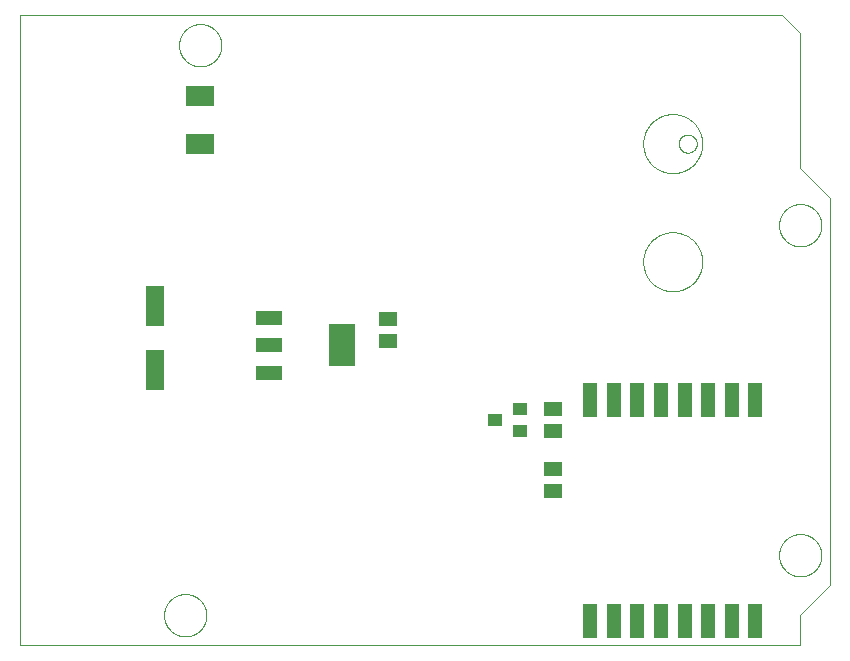
<source format=gtp>
G75*
%MOIN*%
%OFA0B0*%
%FSLAX25Y25*%
%IPPOS*%
%LPD*%
%AMOC8*
5,1,8,0,0,1.08239X$1,22.5*
%
%ADD10C,0.00000*%
%ADD11R,0.08800X0.04800*%
%ADD12R,0.08661X0.14173*%
%ADD13R,0.09449X0.07087*%
%ADD14R,0.06299X0.13780*%
%ADD15R,0.05906X0.05118*%
%ADD16R,0.04724X0.11811*%
%ADD17C,0.00100*%
%ADD18R,0.04724X0.04000*%
D10*
X0017500Y0005000D02*
X0017500Y0215000D01*
X0271500Y0215000D01*
X0277500Y0209000D01*
X0277500Y0164000D01*
X0287500Y0154000D01*
X0287500Y0025000D01*
X0277500Y0015000D01*
X0277500Y0005000D01*
X0017500Y0005000D01*
X0065429Y0015000D02*
X0065431Y0015174D01*
X0065438Y0015347D01*
X0065448Y0015520D01*
X0065463Y0015693D01*
X0065482Y0015866D01*
X0065506Y0016038D01*
X0065533Y0016209D01*
X0065565Y0016379D01*
X0065601Y0016549D01*
X0065641Y0016718D01*
X0065685Y0016886D01*
X0065733Y0017053D01*
X0065786Y0017218D01*
X0065842Y0017382D01*
X0065903Y0017545D01*
X0065967Y0017706D01*
X0066036Y0017865D01*
X0066108Y0018023D01*
X0066184Y0018179D01*
X0066264Y0018333D01*
X0066348Y0018485D01*
X0066435Y0018635D01*
X0066526Y0018783D01*
X0066621Y0018928D01*
X0066719Y0019072D01*
X0066821Y0019212D01*
X0066926Y0019350D01*
X0067034Y0019486D01*
X0067146Y0019619D01*
X0067261Y0019749D01*
X0067379Y0019876D01*
X0067500Y0020000D01*
X0067624Y0020121D01*
X0067751Y0020239D01*
X0067881Y0020354D01*
X0068014Y0020466D01*
X0068150Y0020574D01*
X0068288Y0020679D01*
X0068428Y0020781D01*
X0068572Y0020879D01*
X0068717Y0020974D01*
X0068865Y0021065D01*
X0069015Y0021152D01*
X0069167Y0021236D01*
X0069321Y0021316D01*
X0069477Y0021392D01*
X0069635Y0021464D01*
X0069794Y0021533D01*
X0069955Y0021597D01*
X0070118Y0021658D01*
X0070282Y0021714D01*
X0070447Y0021767D01*
X0070614Y0021815D01*
X0070782Y0021859D01*
X0070951Y0021899D01*
X0071121Y0021935D01*
X0071291Y0021967D01*
X0071462Y0021994D01*
X0071634Y0022018D01*
X0071807Y0022037D01*
X0071980Y0022052D01*
X0072153Y0022062D01*
X0072326Y0022069D01*
X0072500Y0022071D01*
X0072674Y0022069D01*
X0072847Y0022062D01*
X0073020Y0022052D01*
X0073193Y0022037D01*
X0073366Y0022018D01*
X0073538Y0021994D01*
X0073709Y0021967D01*
X0073879Y0021935D01*
X0074049Y0021899D01*
X0074218Y0021859D01*
X0074386Y0021815D01*
X0074553Y0021767D01*
X0074718Y0021714D01*
X0074882Y0021658D01*
X0075045Y0021597D01*
X0075206Y0021533D01*
X0075365Y0021464D01*
X0075523Y0021392D01*
X0075679Y0021316D01*
X0075833Y0021236D01*
X0075985Y0021152D01*
X0076135Y0021065D01*
X0076283Y0020974D01*
X0076428Y0020879D01*
X0076572Y0020781D01*
X0076712Y0020679D01*
X0076850Y0020574D01*
X0076986Y0020466D01*
X0077119Y0020354D01*
X0077249Y0020239D01*
X0077376Y0020121D01*
X0077500Y0020000D01*
X0077621Y0019876D01*
X0077739Y0019749D01*
X0077854Y0019619D01*
X0077966Y0019486D01*
X0078074Y0019350D01*
X0078179Y0019212D01*
X0078281Y0019072D01*
X0078379Y0018928D01*
X0078474Y0018783D01*
X0078565Y0018635D01*
X0078652Y0018485D01*
X0078736Y0018333D01*
X0078816Y0018179D01*
X0078892Y0018023D01*
X0078964Y0017865D01*
X0079033Y0017706D01*
X0079097Y0017545D01*
X0079158Y0017382D01*
X0079214Y0017218D01*
X0079267Y0017053D01*
X0079315Y0016886D01*
X0079359Y0016718D01*
X0079399Y0016549D01*
X0079435Y0016379D01*
X0079467Y0016209D01*
X0079494Y0016038D01*
X0079518Y0015866D01*
X0079537Y0015693D01*
X0079552Y0015520D01*
X0079562Y0015347D01*
X0079569Y0015174D01*
X0079571Y0015000D01*
X0079569Y0014826D01*
X0079562Y0014653D01*
X0079552Y0014480D01*
X0079537Y0014307D01*
X0079518Y0014134D01*
X0079494Y0013962D01*
X0079467Y0013791D01*
X0079435Y0013621D01*
X0079399Y0013451D01*
X0079359Y0013282D01*
X0079315Y0013114D01*
X0079267Y0012947D01*
X0079214Y0012782D01*
X0079158Y0012618D01*
X0079097Y0012455D01*
X0079033Y0012294D01*
X0078964Y0012135D01*
X0078892Y0011977D01*
X0078816Y0011821D01*
X0078736Y0011667D01*
X0078652Y0011515D01*
X0078565Y0011365D01*
X0078474Y0011217D01*
X0078379Y0011072D01*
X0078281Y0010928D01*
X0078179Y0010788D01*
X0078074Y0010650D01*
X0077966Y0010514D01*
X0077854Y0010381D01*
X0077739Y0010251D01*
X0077621Y0010124D01*
X0077500Y0010000D01*
X0077376Y0009879D01*
X0077249Y0009761D01*
X0077119Y0009646D01*
X0076986Y0009534D01*
X0076850Y0009426D01*
X0076712Y0009321D01*
X0076572Y0009219D01*
X0076428Y0009121D01*
X0076283Y0009026D01*
X0076135Y0008935D01*
X0075985Y0008848D01*
X0075833Y0008764D01*
X0075679Y0008684D01*
X0075523Y0008608D01*
X0075365Y0008536D01*
X0075206Y0008467D01*
X0075045Y0008403D01*
X0074882Y0008342D01*
X0074718Y0008286D01*
X0074553Y0008233D01*
X0074386Y0008185D01*
X0074218Y0008141D01*
X0074049Y0008101D01*
X0073879Y0008065D01*
X0073709Y0008033D01*
X0073538Y0008006D01*
X0073366Y0007982D01*
X0073193Y0007963D01*
X0073020Y0007948D01*
X0072847Y0007938D01*
X0072674Y0007931D01*
X0072500Y0007929D01*
X0072326Y0007931D01*
X0072153Y0007938D01*
X0071980Y0007948D01*
X0071807Y0007963D01*
X0071634Y0007982D01*
X0071462Y0008006D01*
X0071291Y0008033D01*
X0071121Y0008065D01*
X0070951Y0008101D01*
X0070782Y0008141D01*
X0070614Y0008185D01*
X0070447Y0008233D01*
X0070282Y0008286D01*
X0070118Y0008342D01*
X0069955Y0008403D01*
X0069794Y0008467D01*
X0069635Y0008536D01*
X0069477Y0008608D01*
X0069321Y0008684D01*
X0069167Y0008764D01*
X0069015Y0008848D01*
X0068865Y0008935D01*
X0068717Y0009026D01*
X0068572Y0009121D01*
X0068428Y0009219D01*
X0068288Y0009321D01*
X0068150Y0009426D01*
X0068014Y0009534D01*
X0067881Y0009646D01*
X0067751Y0009761D01*
X0067624Y0009879D01*
X0067500Y0010000D01*
X0067379Y0010124D01*
X0067261Y0010251D01*
X0067146Y0010381D01*
X0067034Y0010514D01*
X0066926Y0010650D01*
X0066821Y0010788D01*
X0066719Y0010928D01*
X0066621Y0011072D01*
X0066526Y0011217D01*
X0066435Y0011365D01*
X0066348Y0011515D01*
X0066264Y0011667D01*
X0066184Y0011821D01*
X0066108Y0011977D01*
X0066036Y0012135D01*
X0065967Y0012294D01*
X0065903Y0012455D01*
X0065842Y0012618D01*
X0065786Y0012782D01*
X0065733Y0012947D01*
X0065685Y0013114D01*
X0065641Y0013282D01*
X0065601Y0013451D01*
X0065565Y0013621D01*
X0065533Y0013791D01*
X0065506Y0013962D01*
X0065482Y0014134D01*
X0065463Y0014307D01*
X0065448Y0014480D01*
X0065438Y0014653D01*
X0065431Y0014826D01*
X0065429Y0015000D01*
X0225157Y0132815D02*
X0225160Y0133057D01*
X0225169Y0133298D01*
X0225184Y0133539D01*
X0225204Y0133780D01*
X0225231Y0134020D01*
X0225264Y0134259D01*
X0225302Y0134498D01*
X0225346Y0134735D01*
X0225396Y0134972D01*
X0225452Y0135207D01*
X0225514Y0135440D01*
X0225581Y0135672D01*
X0225654Y0135903D01*
X0225732Y0136131D01*
X0225817Y0136357D01*
X0225906Y0136582D01*
X0226001Y0136804D01*
X0226102Y0137023D01*
X0226208Y0137241D01*
X0226319Y0137455D01*
X0226436Y0137667D01*
X0226557Y0137875D01*
X0226684Y0138081D01*
X0226816Y0138283D01*
X0226953Y0138483D01*
X0227094Y0138678D01*
X0227240Y0138871D01*
X0227391Y0139059D01*
X0227547Y0139244D01*
X0227707Y0139425D01*
X0227871Y0139602D01*
X0228040Y0139775D01*
X0228213Y0139944D01*
X0228390Y0140108D01*
X0228571Y0140268D01*
X0228756Y0140424D01*
X0228944Y0140575D01*
X0229137Y0140721D01*
X0229332Y0140862D01*
X0229532Y0140999D01*
X0229734Y0141131D01*
X0229940Y0141258D01*
X0230148Y0141379D01*
X0230360Y0141496D01*
X0230574Y0141607D01*
X0230792Y0141713D01*
X0231011Y0141814D01*
X0231233Y0141909D01*
X0231458Y0141998D01*
X0231684Y0142083D01*
X0231912Y0142161D01*
X0232143Y0142234D01*
X0232375Y0142301D01*
X0232608Y0142363D01*
X0232843Y0142419D01*
X0233080Y0142469D01*
X0233317Y0142513D01*
X0233556Y0142551D01*
X0233795Y0142584D01*
X0234035Y0142611D01*
X0234276Y0142631D01*
X0234517Y0142646D01*
X0234758Y0142655D01*
X0235000Y0142658D01*
X0235242Y0142655D01*
X0235483Y0142646D01*
X0235724Y0142631D01*
X0235965Y0142611D01*
X0236205Y0142584D01*
X0236444Y0142551D01*
X0236683Y0142513D01*
X0236920Y0142469D01*
X0237157Y0142419D01*
X0237392Y0142363D01*
X0237625Y0142301D01*
X0237857Y0142234D01*
X0238088Y0142161D01*
X0238316Y0142083D01*
X0238542Y0141998D01*
X0238767Y0141909D01*
X0238989Y0141814D01*
X0239208Y0141713D01*
X0239426Y0141607D01*
X0239640Y0141496D01*
X0239852Y0141379D01*
X0240060Y0141258D01*
X0240266Y0141131D01*
X0240468Y0140999D01*
X0240668Y0140862D01*
X0240863Y0140721D01*
X0241056Y0140575D01*
X0241244Y0140424D01*
X0241429Y0140268D01*
X0241610Y0140108D01*
X0241787Y0139944D01*
X0241960Y0139775D01*
X0242129Y0139602D01*
X0242293Y0139425D01*
X0242453Y0139244D01*
X0242609Y0139059D01*
X0242760Y0138871D01*
X0242906Y0138678D01*
X0243047Y0138483D01*
X0243184Y0138283D01*
X0243316Y0138081D01*
X0243443Y0137875D01*
X0243564Y0137667D01*
X0243681Y0137455D01*
X0243792Y0137241D01*
X0243898Y0137023D01*
X0243999Y0136804D01*
X0244094Y0136582D01*
X0244183Y0136357D01*
X0244268Y0136131D01*
X0244346Y0135903D01*
X0244419Y0135672D01*
X0244486Y0135440D01*
X0244548Y0135207D01*
X0244604Y0134972D01*
X0244654Y0134735D01*
X0244698Y0134498D01*
X0244736Y0134259D01*
X0244769Y0134020D01*
X0244796Y0133780D01*
X0244816Y0133539D01*
X0244831Y0133298D01*
X0244840Y0133057D01*
X0244843Y0132815D01*
X0244840Y0132573D01*
X0244831Y0132332D01*
X0244816Y0132091D01*
X0244796Y0131850D01*
X0244769Y0131610D01*
X0244736Y0131371D01*
X0244698Y0131132D01*
X0244654Y0130895D01*
X0244604Y0130658D01*
X0244548Y0130423D01*
X0244486Y0130190D01*
X0244419Y0129958D01*
X0244346Y0129727D01*
X0244268Y0129499D01*
X0244183Y0129273D01*
X0244094Y0129048D01*
X0243999Y0128826D01*
X0243898Y0128607D01*
X0243792Y0128389D01*
X0243681Y0128175D01*
X0243564Y0127963D01*
X0243443Y0127755D01*
X0243316Y0127549D01*
X0243184Y0127347D01*
X0243047Y0127147D01*
X0242906Y0126952D01*
X0242760Y0126759D01*
X0242609Y0126571D01*
X0242453Y0126386D01*
X0242293Y0126205D01*
X0242129Y0126028D01*
X0241960Y0125855D01*
X0241787Y0125686D01*
X0241610Y0125522D01*
X0241429Y0125362D01*
X0241244Y0125206D01*
X0241056Y0125055D01*
X0240863Y0124909D01*
X0240668Y0124768D01*
X0240468Y0124631D01*
X0240266Y0124499D01*
X0240060Y0124372D01*
X0239852Y0124251D01*
X0239640Y0124134D01*
X0239426Y0124023D01*
X0239208Y0123917D01*
X0238989Y0123816D01*
X0238767Y0123721D01*
X0238542Y0123632D01*
X0238316Y0123547D01*
X0238088Y0123469D01*
X0237857Y0123396D01*
X0237625Y0123329D01*
X0237392Y0123267D01*
X0237157Y0123211D01*
X0236920Y0123161D01*
X0236683Y0123117D01*
X0236444Y0123079D01*
X0236205Y0123046D01*
X0235965Y0123019D01*
X0235724Y0122999D01*
X0235483Y0122984D01*
X0235242Y0122975D01*
X0235000Y0122972D01*
X0234758Y0122975D01*
X0234517Y0122984D01*
X0234276Y0122999D01*
X0234035Y0123019D01*
X0233795Y0123046D01*
X0233556Y0123079D01*
X0233317Y0123117D01*
X0233080Y0123161D01*
X0232843Y0123211D01*
X0232608Y0123267D01*
X0232375Y0123329D01*
X0232143Y0123396D01*
X0231912Y0123469D01*
X0231684Y0123547D01*
X0231458Y0123632D01*
X0231233Y0123721D01*
X0231011Y0123816D01*
X0230792Y0123917D01*
X0230574Y0124023D01*
X0230360Y0124134D01*
X0230148Y0124251D01*
X0229940Y0124372D01*
X0229734Y0124499D01*
X0229532Y0124631D01*
X0229332Y0124768D01*
X0229137Y0124909D01*
X0228944Y0125055D01*
X0228756Y0125206D01*
X0228571Y0125362D01*
X0228390Y0125522D01*
X0228213Y0125686D01*
X0228040Y0125855D01*
X0227871Y0126028D01*
X0227707Y0126205D01*
X0227547Y0126386D01*
X0227391Y0126571D01*
X0227240Y0126759D01*
X0227094Y0126952D01*
X0226953Y0127147D01*
X0226816Y0127347D01*
X0226684Y0127549D01*
X0226557Y0127755D01*
X0226436Y0127963D01*
X0226319Y0128175D01*
X0226208Y0128389D01*
X0226102Y0128607D01*
X0226001Y0128826D01*
X0225906Y0129048D01*
X0225817Y0129273D01*
X0225732Y0129499D01*
X0225654Y0129727D01*
X0225581Y0129958D01*
X0225514Y0130190D01*
X0225452Y0130423D01*
X0225396Y0130658D01*
X0225346Y0130895D01*
X0225302Y0131132D01*
X0225264Y0131371D01*
X0225231Y0131610D01*
X0225204Y0131850D01*
X0225184Y0132091D01*
X0225169Y0132332D01*
X0225160Y0132573D01*
X0225157Y0132815D01*
X0270429Y0145000D02*
X0270431Y0145174D01*
X0270438Y0145347D01*
X0270448Y0145520D01*
X0270463Y0145693D01*
X0270482Y0145866D01*
X0270506Y0146038D01*
X0270533Y0146209D01*
X0270565Y0146379D01*
X0270601Y0146549D01*
X0270641Y0146718D01*
X0270685Y0146886D01*
X0270733Y0147053D01*
X0270786Y0147218D01*
X0270842Y0147382D01*
X0270903Y0147545D01*
X0270967Y0147706D01*
X0271036Y0147865D01*
X0271108Y0148023D01*
X0271184Y0148179D01*
X0271264Y0148333D01*
X0271348Y0148485D01*
X0271435Y0148635D01*
X0271526Y0148783D01*
X0271621Y0148928D01*
X0271719Y0149072D01*
X0271821Y0149212D01*
X0271926Y0149350D01*
X0272034Y0149486D01*
X0272146Y0149619D01*
X0272261Y0149749D01*
X0272379Y0149876D01*
X0272500Y0150000D01*
X0272624Y0150121D01*
X0272751Y0150239D01*
X0272881Y0150354D01*
X0273014Y0150466D01*
X0273150Y0150574D01*
X0273288Y0150679D01*
X0273428Y0150781D01*
X0273572Y0150879D01*
X0273717Y0150974D01*
X0273865Y0151065D01*
X0274015Y0151152D01*
X0274167Y0151236D01*
X0274321Y0151316D01*
X0274477Y0151392D01*
X0274635Y0151464D01*
X0274794Y0151533D01*
X0274955Y0151597D01*
X0275118Y0151658D01*
X0275282Y0151714D01*
X0275447Y0151767D01*
X0275614Y0151815D01*
X0275782Y0151859D01*
X0275951Y0151899D01*
X0276121Y0151935D01*
X0276291Y0151967D01*
X0276462Y0151994D01*
X0276634Y0152018D01*
X0276807Y0152037D01*
X0276980Y0152052D01*
X0277153Y0152062D01*
X0277326Y0152069D01*
X0277500Y0152071D01*
X0277674Y0152069D01*
X0277847Y0152062D01*
X0278020Y0152052D01*
X0278193Y0152037D01*
X0278366Y0152018D01*
X0278538Y0151994D01*
X0278709Y0151967D01*
X0278879Y0151935D01*
X0279049Y0151899D01*
X0279218Y0151859D01*
X0279386Y0151815D01*
X0279553Y0151767D01*
X0279718Y0151714D01*
X0279882Y0151658D01*
X0280045Y0151597D01*
X0280206Y0151533D01*
X0280365Y0151464D01*
X0280523Y0151392D01*
X0280679Y0151316D01*
X0280833Y0151236D01*
X0280985Y0151152D01*
X0281135Y0151065D01*
X0281283Y0150974D01*
X0281428Y0150879D01*
X0281572Y0150781D01*
X0281712Y0150679D01*
X0281850Y0150574D01*
X0281986Y0150466D01*
X0282119Y0150354D01*
X0282249Y0150239D01*
X0282376Y0150121D01*
X0282500Y0150000D01*
X0282621Y0149876D01*
X0282739Y0149749D01*
X0282854Y0149619D01*
X0282966Y0149486D01*
X0283074Y0149350D01*
X0283179Y0149212D01*
X0283281Y0149072D01*
X0283379Y0148928D01*
X0283474Y0148783D01*
X0283565Y0148635D01*
X0283652Y0148485D01*
X0283736Y0148333D01*
X0283816Y0148179D01*
X0283892Y0148023D01*
X0283964Y0147865D01*
X0284033Y0147706D01*
X0284097Y0147545D01*
X0284158Y0147382D01*
X0284214Y0147218D01*
X0284267Y0147053D01*
X0284315Y0146886D01*
X0284359Y0146718D01*
X0284399Y0146549D01*
X0284435Y0146379D01*
X0284467Y0146209D01*
X0284494Y0146038D01*
X0284518Y0145866D01*
X0284537Y0145693D01*
X0284552Y0145520D01*
X0284562Y0145347D01*
X0284569Y0145174D01*
X0284571Y0145000D01*
X0284569Y0144826D01*
X0284562Y0144653D01*
X0284552Y0144480D01*
X0284537Y0144307D01*
X0284518Y0144134D01*
X0284494Y0143962D01*
X0284467Y0143791D01*
X0284435Y0143621D01*
X0284399Y0143451D01*
X0284359Y0143282D01*
X0284315Y0143114D01*
X0284267Y0142947D01*
X0284214Y0142782D01*
X0284158Y0142618D01*
X0284097Y0142455D01*
X0284033Y0142294D01*
X0283964Y0142135D01*
X0283892Y0141977D01*
X0283816Y0141821D01*
X0283736Y0141667D01*
X0283652Y0141515D01*
X0283565Y0141365D01*
X0283474Y0141217D01*
X0283379Y0141072D01*
X0283281Y0140928D01*
X0283179Y0140788D01*
X0283074Y0140650D01*
X0282966Y0140514D01*
X0282854Y0140381D01*
X0282739Y0140251D01*
X0282621Y0140124D01*
X0282500Y0140000D01*
X0282376Y0139879D01*
X0282249Y0139761D01*
X0282119Y0139646D01*
X0281986Y0139534D01*
X0281850Y0139426D01*
X0281712Y0139321D01*
X0281572Y0139219D01*
X0281428Y0139121D01*
X0281283Y0139026D01*
X0281135Y0138935D01*
X0280985Y0138848D01*
X0280833Y0138764D01*
X0280679Y0138684D01*
X0280523Y0138608D01*
X0280365Y0138536D01*
X0280206Y0138467D01*
X0280045Y0138403D01*
X0279882Y0138342D01*
X0279718Y0138286D01*
X0279553Y0138233D01*
X0279386Y0138185D01*
X0279218Y0138141D01*
X0279049Y0138101D01*
X0278879Y0138065D01*
X0278709Y0138033D01*
X0278538Y0138006D01*
X0278366Y0137982D01*
X0278193Y0137963D01*
X0278020Y0137948D01*
X0277847Y0137938D01*
X0277674Y0137931D01*
X0277500Y0137929D01*
X0277326Y0137931D01*
X0277153Y0137938D01*
X0276980Y0137948D01*
X0276807Y0137963D01*
X0276634Y0137982D01*
X0276462Y0138006D01*
X0276291Y0138033D01*
X0276121Y0138065D01*
X0275951Y0138101D01*
X0275782Y0138141D01*
X0275614Y0138185D01*
X0275447Y0138233D01*
X0275282Y0138286D01*
X0275118Y0138342D01*
X0274955Y0138403D01*
X0274794Y0138467D01*
X0274635Y0138536D01*
X0274477Y0138608D01*
X0274321Y0138684D01*
X0274167Y0138764D01*
X0274015Y0138848D01*
X0273865Y0138935D01*
X0273717Y0139026D01*
X0273572Y0139121D01*
X0273428Y0139219D01*
X0273288Y0139321D01*
X0273150Y0139426D01*
X0273014Y0139534D01*
X0272881Y0139646D01*
X0272751Y0139761D01*
X0272624Y0139879D01*
X0272500Y0140000D01*
X0272379Y0140124D01*
X0272261Y0140251D01*
X0272146Y0140381D01*
X0272034Y0140514D01*
X0271926Y0140650D01*
X0271821Y0140788D01*
X0271719Y0140928D01*
X0271621Y0141072D01*
X0271526Y0141217D01*
X0271435Y0141365D01*
X0271348Y0141515D01*
X0271264Y0141667D01*
X0271184Y0141821D01*
X0271108Y0141977D01*
X0271036Y0142135D01*
X0270967Y0142294D01*
X0270903Y0142455D01*
X0270842Y0142618D01*
X0270786Y0142782D01*
X0270733Y0142947D01*
X0270685Y0143114D01*
X0270641Y0143282D01*
X0270601Y0143451D01*
X0270565Y0143621D01*
X0270533Y0143791D01*
X0270506Y0143962D01*
X0270482Y0144134D01*
X0270463Y0144307D01*
X0270448Y0144480D01*
X0270438Y0144653D01*
X0270431Y0144826D01*
X0270429Y0145000D01*
X0225157Y0172185D02*
X0225160Y0172427D01*
X0225169Y0172668D01*
X0225184Y0172909D01*
X0225204Y0173150D01*
X0225231Y0173390D01*
X0225264Y0173629D01*
X0225302Y0173868D01*
X0225346Y0174105D01*
X0225396Y0174342D01*
X0225452Y0174577D01*
X0225514Y0174810D01*
X0225581Y0175042D01*
X0225654Y0175273D01*
X0225732Y0175501D01*
X0225817Y0175727D01*
X0225906Y0175952D01*
X0226001Y0176174D01*
X0226102Y0176393D01*
X0226208Y0176611D01*
X0226319Y0176825D01*
X0226436Y0177037D01*
X0226557Y0177245D01*
X0226684Y0177451D01*
X0226816Y0177653D01*
X0226953Y0177853D01*
X0227094Y0178048D01*
X0227240Y0178241D01*
X0227391Y0178429D01*
X0227547Y0178614D01*
X0227707Y0178795D01*
X0227871Y0178972D01*
X0228040Y0179145D01*
X0228213Y0179314D01*
X0228390Y0179478D01*
X0228571Y0179638D01*
X0228756Y0179794D01*
X0228944Y0179945D01*
X0229137Y0180091D01*
X0229332Y0180232D01*
X0229532Y0180369D01*
X0229734Y0180501D01*
X0229940Y0180628D01*
X0230148Y0180749D01*
X0230360Y0180866D01*
X0230574Y0180977D01*
X0230792Y0181083D01*
X0231011Y0181184D01*
X0231233Y0181279D01*
X0231458Y0181368D01*
X0231684Y0181453D01*
X0231912Y0181531D01*
X0232143Y0181604D01*
X0232375Y0181671D01*
X0232608Y0181733D01*
X0232843Y0181789D01*
X0233080Y0181839D01*
X0233317Y0181883D01*
X0233556Y0181921D01*
X0233795Y0181954D01*
X0234035Y0181981D01*
X0234276Y0182001D01*
X0234517Y0182016D01*
X0234758Y0182025D01*
X0235000Y0182028D01*
X0235242Y0182025D01*
X0235483Y0182016D01*
X0235724Y0182001D01*
X0235965Y0181981D01*
X0236205Y0181954D01*
X0236444Y0181921D01*
X0236683Y0181883D01*
X0236920Y0181839D01*
X0237157Y0181789D01*
X0237392Y0181733D01*
X0237625Y0181671D01*
X0237857Y0181604D01*
X0238088Y0181531D01*
X0238316Y0181453D01*
X0238542Y0181368D01*
X0238767Y0181279D01*
X0238989Y0181184D01*
X0239208Y0181083D01*
X0239426Y0180977D01*
X0239640Y0180866D01*
X0239852Y0180749D01*
X0240060Y0180628D01*
X0240266Y0180501D01*
X0240468Y0180369D01*
X0240668Y0180232D01*
X0240863Y0180091D01*
X0241056Y0179945D01*
X0241244Y0179794D01*
X0241429Y0179638D01*
X0241610Y0179478D01*
X0241787Y0179314D01*
X0241960Y0179145D01*
X0242129Y0178972D01*
X0242293Y0178795D01*
X0242453Y0178614D01*
X0242609Y0178429D01*
X0242760Y0178241D01*
X0242906Y0178048D01*
X0243047Y0177853D01*
X0243184Y0177653D01*
X0243316Y0177451D01*
X0243443Y0177245D01*
X0243564Y0177037D01*
X0243681Y0176825D01*
X0243792Y0176611D01*
X0243898Y0176393D01*
X0243999Y0176174D01*
X0244094Y0175952D01*
X0244183Y0175727D01*
X0244268Y0175501D01*
X0244346Y0175273D01*
X0244419Y0175042D01*
X0244486Y0174810D01*
X0244548Y0174577D01*
X0244604Y0174342D01*
X0244654Y0174105D01*
X0244698Y0173868D01*
X0244736Y0173629D01*
X0244769Y0173390D01*
X0244796Y0173150D01*
X0244816Y0172909D01*
X0244831Y0172668D01*
X0244840Y0172427D01*
X0244843Y0172185D01*
X0244840Y0171943D01*
X0244831Y0171702D01*
X0244816Y0171461D01*
X0244796Y0171220D01*
X0244769Y0170980D01*
X0244736Y0170741D01*
X0244698Y0170502D01*
X0244654Y0170265D01*
X0244604Y0170028D01*
X0244548Y0169793D01*
X0244486Y0169560D01*
X0244419Y0169328D01*
X0244346Y0169097D01*
X0244268Y0168869D01*
X0244183Y0168643D01*
X0244094Y0168418D01*
X0243999Y0168196D01*
X0243898Y0167977D01*
X0243792Y0167759D01*
X0243681Y0167545D01*
X0243564Y0167333D01*
X0243443Y0167125D01*
X0243316Y0166919D01*
X0243184Y0166717D01*
X0243047Y0166517D01*
X0242906Y0166322D01*
X0242760Y0166129D01*
X0242609Y0165941D01*
X0242453Y0165756D01*
X0242293Y0165575D01*
X0242129Y0165398D01*
X0241960Y0165225D01*
X0241787Y0165056D01*
X0241610Y0164892D01*
X0241429Y0164732D01*
X0241244Y0164576D01*
X0241056Y0164425D01*
X0240863Y0164279D01*
X0240668Y0164138D01*
X0240468Y0164001D01*
X0240266Y0163869D01*
X0240060Y0163742D01*
X0239852Y0163621D01*
X0239640Y0163504D01*
X0239426Y0163393D01*
X0239208Y0163287D01*
X0238989Y0163186D01*
X0238767Y0163091D01*
X0238542Y0163002D01*
X0238316Y0162917D01*
X0238088Y0162839D01*
X0237857Y0162766D01*
X0237625Y0162699D01*
X0237392Y0162637D01*
X0237157Y0162581D01*
X0236920Y0162531D01*
X0236683Y0162487D01*
X0236444Y0162449D01*
X0236205Y0162416D01*
X0235965Y0162389D01*
X0235724Y0162369D01*
X0235483Y0162354D01*
X0235242Y0162345D01*
X0235000Y0162342D01*
X0234758Y0162345D01*
X0234517Y0162354D01*
X0234276Y0162369D01*
X0234035Y0162389D01*
X0233795Y0162416D01*
X0233556Y0162449D01*
X0233317Y0162487D01*
X0233080Y0162531D01*
X0232843Y0162581D01*
X0232608Y0162637D01*
X0232375Y0162699D01*
X0232143Y0162766D01*
X0231912Y0162839D01*
X0231684Y0162917D01*
X0231458Y0163002D01*
X0231233Y0163091D01*
X0231011Y0163186D01*
X0230792Y0163287D01*
X0230574Y0163393D01*
X0230360Y0163504D01*
X0230148Y0163621D01*
X0229940Y0163742D01*
X0229734Y0163869D01*
X0229532Y0164001D01*
X0229332Y0164138D01*
X0229137Y0164279D01*
X0228944Y0164425D01*
X0228756Y0164576D01*
X0228571Y0164732D01*
X0228390Y0164892D01*
X0228213Y0165056D01*
X0228040Y0165225D01*
X0227871Y0165398D01*
X0227707Y0165575D01*
X0227547Y0165756D01*
X0227391Y0165941D01*
X0227240Y0166129D01*
X0227094Y0166322D01*
X0226953Y0166517D01*
X0226816Y0166717D01*
X0226684Y0166919D01*
X0226557Y0167125D01*
X0226436Y0167333D01*
X0226319Y0167545D01*
X0226208Y0167759D01*
X0226102Y0167977D01*
X0226001Y0168196D01*
X0225906Y0168418D01*
X0225817Y0168643D01*
X0225732Y0168869D01*
X0225654Y0169097D01*
X0225581Y0169328D01*
X0225514Y0169560D01*
X0225452Y0169793D01*
X0225396Y0170028D01*
X0225346Y0170265D01*
X0225302Y0170502D01*
X0225264Y0170741D01*
X0225231Y0170980D01*
X0225204Y0171220D01*
X0225184Y0171461D01*
X0225169Y0171702D01*
X0225160Y0171943D01*
X0225157Y0172185D01*
X0070429Y0205000D02*
X0070431Y0205174D01*
X0070438Y0205347D01*
X0070448Y0205520D01*
X0070463Y0205693D01*
X0070482Y0205866D01*
X0070506Y0206038D01*
X0070533Y0206209D01*
X0070565Y0206379D01*
X0070601Y0206549D01*
X0070641Y0206718D01*
X0070685Y0206886D01*
X0070733Y0207053D01*
X0070786Y0207218D01*
X0070842Y0207382D01*
X0070903Y0207545D01*
X0070967Y0207706D01*
X0071036Y0207865D01*
X0071108Y0208023D01*
X0071184Y0208179D01*
X0071264Y0208333D01*
X0071348Y0208485D01*
X0071435Y0208635D01*
X0071526Y0208783D01*
X0071621Y0208928D01*
X0071719Y0209072D01*
X0071821Y0209212D01*
X0071926Y0209350D01*
X0072034Y0209486D01*
X0072146Y0209619D01*
X0072261Y0209749D01*
X0072379Y0209876D01*
X0072500Y0210000D01*
X0072624Y0210121D01*
X0072751Y0210239D01*
X0072881Y0210354D01*
X0073014Y0210466D01*
X0073150Y0210574D01*
X0073288Y0210679D01*
X0073428Y0210781D01*
X0073572Y0210879D01*
X0073717Y0210974D01*
X0073865Y0211065D01*
X0074015Y0211152D01*
X0074167Y0211236D01*
X0074321Y0211316D01*
X0074477Y0211392D01*
X0074635Y0211464D01*
X0074794Y0211533D01*
X0074955Y0211597D01*
X0075118Y0211658D01*
X0075282Y0211714D01*
X0075447Y0211767D01*
X0075614Y0211815D01*
X0075782Y0211859D01*
X0075951Y0211899D01*
X0076121Y0211935D01*
X0076291Y0211967D01*
X0076462Y0211994D01*
X0076634Y0212018D01*
X0076807Y0212037D01*
X0076980Y0212052D01*
X0077153Y0212062D01*
X0077326Y0212069D01*
X0077500Y0212071D01*
X0077674Y0212069D01*
X0077847Y0212062D01*
X0078020Y0212052D01*
X0078193Y0212037D01*
X0078366Y0212018D01*
X0078538Y0211994D01*
X0078709Y0211967D01*
X0078879Y0211935D01*
X0079049Y0211899D01*
X0079218Y0211859D01*
X0079386Y0211815D01*
X0079553Y0211767D01*
X0079718Y0211714D01*
X0079882Y0211658D01*
X0080045Y0211597D01*
X0080206Y0211533D01*
X0080365Y0211464D01*
X0080523Y0211392D01*
X0080679Y0211316D01*
X0080833Y0211236D01*
X0080985Y0211152D01*
X0081135Y0211065D01*
X0081283Y0210974D01*
X0081428Y0210879D01*
X0081572Y0210781D01*
X0081712Y0210679D01*
X0081850Y0210574D01*
X0081986Y0210466D01*
X0082119Y0210354D01*
X0082249Y0210239D01*
X0082376Y0210121D01*
X0082500Y0210000D01*
X0082621Y0209876D01*
X0082739Y0209749D01*
X0082854Y0209619D01*
X0082966Y0209486D01*
X0083074Y0209350D01*
X0083179Y0209212D01*
X0083281Y0209072D01*
X0083379Y0208928D01*
X0083474Y0208783D01*
X0083565Y0208635D01*
X0083652Y0208485D01*
X0083736Y0208333D01*
X0083816Y0208179D01*
X0083892Y0208023D01*
X0083964Y0207865D01*
X0084033Y0207706D01*
X0084097Y0207545D01*
X0084158Y0207382D01*
X0084214Y0207218D01*
X0084267Y0207053D01*
X0084315Y0206886D01*
X0084359Y0206718D01*
X0084399Y0206549D01*
X0084435Y0206379D01*
X0084467Y0206209D01*
X0084494Y0206038D01*
X0084518Y0205866D01*
X0084537Y0205693D01*
X0084552Y0205520D01*
X0084562Y0205347D01*
X0084569Y0205174D01*
X0084571Y0205000D01*
X0084569Y0204826D01*
X0084562Y0204653D01*
X0084552Y0204480D01*
X0084537Y0204307D01*
X0084518Y0204134D01*
X0084494Y0203962D01*
X0084467Y0203791D01*
X0084435Y0203621D01*
X0084399Y0203451D01*
X0084359Y0203282D01*
X0084315Y0203114D01*
X0084267Y0202947D01*
X0084214Y0202782D01*
X0084158Y0202618D01*
X0084097Y0202455D01*
X0084033Y0202294D01*
X0083964Y0202135D01*
X0083892Y0201977D01*
X0083816Y0201821D01*
X0083736Y0201667D01*
X0083652Y0201515D01*
X0083565Y0201365D01*
X0083474Y0201217D01*
X0083379Y0201072D01*
X0083281Y0200928D01*
X0083179Y0200788D01*
X0083074Y0200650D01*
X0082966Y0200514D01*
X0082854Y0200381D01*
X0082739Y0200251D01*
X0082621Y0200124D01*
X0082500Y0200000D01*
X0082376Y0199879D01*
X0082249Y0199761D01*
X0082119Y0199646D01*
X0081986Y0199534D01*
X0081850Y0199426D01*
X0081712Y0199321D01*
X0081572Y0199219D01*
X0081428Y0199121D01*
X0081283Y0199026D01*
X0081135Y0198935D01*
X0080985Y0198848D01*
X0080833Y0198764D01*
X0080679Y0198684D01*
X0080523Y0198608D01*
X0080365Y0198536D01*
X0080206Y0198467D01*
X0080045Y0198403D01*
X0079882Y0198342D01*
X0079718Y0198286D01*
X0079553Y0198233D01*
X0079386Y0198185D01*
X0079218Y0198141D01*
X0079049Y0198101D01*
X0078879Y0198065D01*
X0078709Y0198033D01*
X0078538Y0198006D01*
X0078366Y0197982D01*
X0078193Y0197963D01*
X0078020Y0197948D01*
X0077847Y0197938D01*
X0077674Y0197931D01*
X0077500Y0197929D01*
X0077326Y0197931D01*
X0077153Y0197938D01*
X0076980Y0197948D01*
X0076807Y0197963D01*
X0076634Y0197982D01*
X0076462Y0198006D01*
X0076291Y0198033D01*
X0076121Y0198065D01*
X0075951Y0198101D01*
X0075782Y0198141D01*
X0075614Y0198185D01*
X0075447Y0198233D01*
X0075282Y0198286D01*
X0075118Y0198342D01*
X0074955Y0198403D01*
X0074794Y0198467D01*
X0074635Y0198536D01*
X0074477Y0198608D01*
X0074321Y0198684D01*
X0074167Y0198764D01*
X0074015Y0198848D01*
X0073865Y0198935D01*
X0073717Y0199026D01*
X0073572Y0199121D01*
X0073428Y0199219D01*
X0073288Y0199321D01*
X0073150Y0199426D01*
X0073014Y0199534D01*
X0072881Y0199646D01*
X0072751Y0199761D01*
X0072624Y0199879D01*
X0072500Y0200000D01*
X0072379Y0200124D01*
X0072261Y0200251D01*
X0072146Y0200381D01*
X0072034Y0200514D01*
X0071926Y0200650D01*
X0071821Y0200788D01*
X0071719Y0200928D01*
X0071621Y0201072D01*
X0071526Y0201217D01*
X0071435Y0201365D01*
X0071348Y0201515D01*
X0071264Y0201667D01*
X0071184Y0201821D01*
X0071108Y0201977D01*
X0071036Y0202135D01*
X0070967Y0202294D01*
X0070903Y0202455D01*
X0070842Y0202618D01*
X0070786Y0202782D01*
X0070733Y0202947D01*
X0070685Y0203114D01*
X0070641Y0203282D01*
X0070601Y0203451D01*
X0070565Y0203621D01*
X0070533Y0203791D01*
X0070506Y0203962D01*
X0070482Y0204134D01*
X0070463Y0204307D01*
X0070448Y0204480D01*
X0070438Y0204653D01*
X0070431Y0204826D01*
X0070429Y0205000D01*
X0270429Y0035000D02*
X0270431Y0035174D01*
X0270438Y0035347D01*
X0270448Y0035520D01*
X0270463Y0035693D01*
X0270482Y0035866D01*
X0270506Y0036038D01*
X0270533Y0036209D01*
X0270565Y0036379D01*
X0270601Y0036549D01*
X0270641Y0036718D01*
X0270685Y0036886D01*
X0270733Y0037053D01*
X0270786Y0037218D01*
X0270842Y0037382D01*
X0270903Y0037545D01*
X0270967Y0037706D01*
X0271036Y0037865D01*
X0271108Y0038023D01*
X0271184Y0038179D01*
X0271264Y0038333D01*
X0271348Y0038485D01*
X0271435Y0038635D01*
X0271526Y0038783D01*
X0271621Y0038928D01*
X0271719Y0039072D01*
X0271821Y0039212D01*
X0271926Y0039350D01*
X0272034Y0039486D01*
X0272146Y0039619D01*
X0272261Y0039749D01*
X0272379Y0039876D01*
X0272500Y0040000D01*
X0272624Y0040121D01*
X0272751Y0040239D01*
X0272881Y0040354D01*
X0273014Y0040466D01*
X0273150Y0040574D01*
X0273288Y0040679D01*
X0273428Y0040781D01*
X0273572Y0040879D01*
X0273717Y0040974D01*
X0273865Y0041065D01*
X0274015Y0041152D01*
X0274167Y0041236D01*
X0274321Y0041316D01*
X0274477Y0041392D01*
X0274635Y0041464D01*
X0274794Y0041533D01*
X0274955Y0041597D01*
X0275118Y0041658D01*
X0275282Y0041714D01*
X0275447Y0041767D01*
X0275614Y0041815D01*
X0275782Y0041859D01*
X0275951Y0041899D01*
X0276121Y0041935D01*
X0276291Y0041967D01*
X0276462Y0041994D01*
X0276634Y0042018D01*
X0276807Y0042037D01*
X0276980Y0042052D01*
X0277153Y0042062D01*
X0277326Y0042069D01*
X0277500Y0042071D01*
X0277674Y0042069D01*
X0277847Y0042062D01*
X0278020Y0042052D01*
X0278193Y0042037D01*
X0278366Y0042018D01*
X0278538Y0041994D01*
X0278709Y0041967D01*
X0278879Y0041935D01*
X0279049Y0041899D01*
X0279218Y0041859D01*
X0279386Y0041815D01*
X0279553Y0041767D01*
X0279718Y0041714D01*
X0279882Y0041658D01*
X0280045Y0041597D01*
X0280206Y0041533D01*
X0280365Y0041464D01*
X0280523Y0041392D01*
X0280679Y0041316D01*
X0280833Y0041236D01*
X0280985Y0041152D01*
X0281135Y0041065D01*
X0281283Y0040974D01*
X0281428Y0040879D01*
X0281572Y0040781D01*
X0281712Y0040679D01*
X0281850Y0040574D01*
X0281986Y0040466D01*
X0282119Y0040354D01*
X0282249Y0040239D01*
X0282376Y0040121D01*
X0282500Y0040000D01*
X0282621Y0039876D01*
X0282739Y0039749D01*
X0282854Y0039619D01*
X0282966Y0039486D01*
X0283074Y0039350D01*
X0283179Y0039212D01*
X0283281Y0039072D01*
X0283379Y0038928D01*
X0283474Y0038783D01*
X0283565Y0038635D01*
X0283652Y0038485D01*
X0283736Y0038333D01*
X0283816Y0038179D01*
X0283892Y0038023D01*
X0283964Y0037865D01*
X0284033Y0037706D01*
X0284097Y0037545D01*
X0284158Y0037382D01*
X0284214Y0037218D01*
X0284267Y0037053D01*
X0284315Y0036886D01*
X0284359Y0036718D01*
X0284399Y0036549D01*
X0284435Y0036379D01*
X0284467Y0036209D01*
X0284494Y0036038D01*
X0284518Y0035866D01*
X0284537Y0035693D01*
X0284552Y0035520D01*
X0284562Y0035347D01*
X0284569Y0035174D01*
X0284571Y0035000D01*
X0284569Y0034826D01*
X0284562Y0034653D01*
X0284552Y0034480D01*
X0284537Y0034307D01*
X0284518Y0034134D01*
X0284494Y0033962D01*
X0284467Y0033791D01*
X0284435Y0033621D01*
X0284399Y0033451D01*
X0284359Y0033282D01*
X0284315Y0033114D01*
X0284267Y0032947D01*
X0284214Y0032782D01*
X0284158Y0032618D01*
X0284097Y0032455D01*
X0284033Y0032294D01*
X0283964Y0032135D01*
X0283892Y0031977D01*
X0283816Y0031821D01*
X0283736Y0031667D01*
X0283652Y0031515D01*
X0283565Y0031365D01*
X0283474Y0031217D01*
X0283379Y0031072D01*
X0283281Y0030928D01*
X0283179Y0030788D01*
X0283074Y0030650D01*
X0282966Y0030514D01*
X0282854Y0030381D01*
X0282739Y0030251D01*
X0282621Y0030124D01*
X0282500Y0030000D01*
X0282376Y0029879D01*
X0282249Y0029761D01*
X0282119Y0029646D01*
X0281986Y0029534D01*
X0281850Y0029426D01*
X0281712Y0029321D01*
X0281572Y0029219D01*
X0281428Y0029121D01*
X0281283Y0029026D01*
X0281135Y0028935D01*
X0280985Y0028848D01*
X0280833Y0028764D01*
X0280679Y0028684D01*
X0280523Y0028608D01*
X0280365Y0028536D01*
X0280206Y0028467D01*
X0280045Y0028403D01*
X0279882Y0028342D01*
X0279718Y0028286D01*
X0279553Y0028233D01*
X0279386Y0028185D01*
X0279218Y0028141D01*
X0279049Y0028101D01*
X0278879Y0028065D01*
X0278709Y0028033D01*
X0278538Y0028006D01*
X0278366Y0027982D01*
X0278193Y0027963D01*
X0278020Y0027948D01*
X0277847Y0027938D01*
X0277674Y0027931D01*
X0277500Y0027929D01*
X0277326Y0027931D01*
X0277153Y0027938D01*
X0276980Y0027948D01*
X0276807Y0027963D01*
X0276634Y0027982D01*
X0276462Y0028006D01*
X0276291Y0028033D01*
X0276121Y0028065D01*
X0275951Y0028101D01*
X0275782Y0028141D01*
X0275614Y0028185D01*
X0275447Y0028233D01*
X0275282Y0028286D01*
X0275118Y0028342D01*
X0274955Y0028403D01*
X0274794Y0028467D01*
X0274635Y0028536D01*
X0274477Y0028608D01*
X0274321Y0028684D01*
X0274167Y0028764D01*
X0274015Y0028848D01*
X0273865Y0028935D01*
X0273717Y0029026D01*
X0273572Y0029121D01*
X0273428Y0029219D01*
X0273288Y0029321D01*
X0273150Y0029426D01*
X0273014Y0029534D01*
X0272881Y0029646D01*
X0272751Y0029761D01*
X0272624Y0029879D01*
X0272500Y0030000D01*
X0272379Y0030124D01*
X0272261Y0030251D01*
X0272146Y0030381D01*
X0272034Y0030514D01*
X0271926Y0030650D01*
X0271821Y0030788D01*
X0271719Y0030928D01*
X0271621Y0031072D01*
X0271526Y0031217D01*
X0271435Y0031365D01*
X0271348Y0031515D01*
X0271264Y0031667D01*
X0271184Y0031821D01*
X0271108Y0031977D01*
X0271036Y0032135D01*
X0270967Y0032294D01*
X0270903Y0032455D01*
X0270842Y0032618D01*
X0270786Y0032782D01*
X0270733Y0032947D01*
X0270685Y0033114D01*
X0270641Y0033282D01*
X0270601Y0033451D01*
X0270565Y0033621D01*
X0270533Y0033791D01*
X0270506Y0033962D01*
X0270482Y0034134D01*
X0270463Y0034307D01*
X0270448Y0034480D01*
X0270438Y0034653D01*
X0270431Y0034826D01*
X0270429Y0035000D01*
D11*
X0100300Y0095900D03*
X0100300Y0105000D03*
X0100300Y0114100D03*
D12*
X0124701Y0105000D03*
D13*
X0077500Y0172028D03*
X0077500Y0187972D03*
D14*
X0062500Y0118130D03*
X0062500Y0096870D03*
D15*
X0140000Y0106260D03*
X0140000Y0113740D03*
X0195000Y0083740D03*
X0195000Y0076260D03*
X0195000Y0063740D03*
X0195000Y0056260D03*
D16*
X0207441Y0086811D03*
X0215315Y0086811D03*
X0223189Y0086811D03*
X0231063Y0086811D03*
X0238937Y0086811D03*
X0246811Y0086811D03*
X0254685Y0086811D03*
X0262559Y0086811D03*
X0262559Y0013189D03*
X0254685Y0013189D03*
X0246811Y0013189D03*
X0238937Y0013189D03*
X0231063Y0013189D03*
X0223189Y0013189D03*
X0215315Y0013189D03*
X0207441Y0013189D03*
D17*
X0237000Y0172185D02*
X0237002Y0172294D01*
X0237008Y0172403D01*
X0237018Y0172511D01*
X0237032Y0172619D01*
X0237049Y0172727D01*
X0237071Y0172834D01*
X0237096Y0172940D01*
X0237126Y0173044D01*
X0237159Y0173148D01*
X0237196Y0173251D01*
X0237236Y0173352D01*
X0237280Y0173451D01*
X0237328Y0173549D01*
X0237380Y0173646D01*
X0237434Y0173740D01*
X0237492Y0173832D01*
X0237554Y0173922D01*
X0237619Y0174009D01*
X0237686Y0174095D01*
X0237757Y0174178D01*
X0237831Y0174258D01*
X0237908Y0174335D01*
X0237987Y0174410D01*
X0238069Y0174481D01*
X0238154Y0174550D01*
X0238241Y0174615D01*
X0238330Y0174678D01*
X0238422Y0174736D01*
X0238516Y0174792D01*
X0238611Y0174844D01*
X0238709Y0174893D01*
X0238808Y0174938D01*
X0238909Y0174980D01*
X0239011Y0175017D01*
X0239114Y0175051D01*
X0239219Y0175082D01*
X0239325Y0175108D01*
X0239431Y0175131D01*
X0239539Y0175149D01*
X0239647Y0175164D01*
X0239755Y0175175D01*
X0239864Y0175182D01*
X0239973Y0175185D01*
X0240082Y0175184D01*
X0240191Y0175179D01*
X0240299Y0175170D01*
X0240407Y0175157D01*
X0240515Y0175140D01*
X0240622Y0175120D01*
X0240728Y0175095D01*
X0240833Y0175067D01*
X0240937Y0175035D01*
X0241040Y0174999D01*
X0241142Y0174959D01*
X0241242Y0174916D01*
X0241340Y0174869D01*
X0241437Y0174819D01*
X0241531Y0174765D01*
X0241624Y0174707D01*
X0241715Y0174647D01*
X0241803Y0174583D01*
X0241889Y0174516D01*
X0241972Y0174446D01*
X0242053Y0174373D01*
X0242131Y0174297D01*
X0242206Y0174218D01*
X0242279Y0174136D01*
X0242348Y0174052D01*
X0242414Y0173966D01*
X0242477Y0173877D01*
X0242537Y0173786D01*
X0242594Y0173693D01*
X0242647Y0173598D01*
X0242696Y0173501D01*
X0242742Y0173402D01*
X0242784Y0173302D01*
X0242823Y0173200D01*
X0242858Y0173096D01*
X0242889Y0172992D01*
X0242917Y0172887D01*
X0242940Y0172780D01*
X0242960Y0172673D01*
X0242976Y0172565D01*
X0242988Y0172457D01*
X0242996Y0172348D01*
X0243000Y0172239D01*
X0243000Y0172131D01*
X0242996Y0172022D01*
X0242988Y0171913D01*
X0242976Y0171805D01*
X0242960Y0171697D01*
X0242940Y0171590D01*
X0242917Y0171483D01*
X0242889Y0171378D01*
X0242858Y0171274D01*
X0242823Y0171170D01*
X0242784Y0171068D01*
X0242742Y0170968D01*
X0242696Y0170869D01*
X0242647Y0170772D01*
X0242594Y0170677D01*
X0242537Y0170584D01*
X0242477Y0170493D01*
X0242414Y0170404D01*
X0242348Y0170318D01*
X0242279Y0170234D01*
X0242206Y0170152D01*
X0242131Y0170073D01*
X0242053Y0169997D01*
X0241972Y0169924D01*
X0241889Y0169854D01*
X0241803Y0169787D01*
X0241715Y0169723D01*
X0241624Y0169663D01*
X0241531Y0169605D01*
X0241437Y0169551D01*
X0241340Y0169501D01*
X0241242Y0169454D01*
X0241142Y0169411D01*
X0241040Y0169371D01*
X0240937Y0169335D01*
X0240833Y0169303D01*
X0240728Y0169275D01*
X0240622Y0169250D01*
X0240515Y0169230D01*
X0240407Y0169213D01*
X0240299Y0169200D01*
X0240191Y0169191D01*
X0240082Y0169186D01*
X0239973Y0169185D01*
X0239864Y0169188D01*
X0239755Y0169195D01*
X0239647Y0169206D01*
X0239539Y0169221D01*
X0239431Y0169239D01*
X0239325Y0169262D01*
X0239219Y0169288D01*
X0239114Y0169319D01*
X0239011Y0169353D01*
X0238909Y0169390D01*
X0238808Y0169432D01*
X0238709Y0169477D01*
X0238611Y0169526D01*
X0238516Y0169578D01*
X0238422Y0169634D01*
X0238330Y0169692D01*
X0238241Y0169755D01*
X0238154Y0169820D01*
X0238069Y0169889D01*
X0237987Y0169960D01*
X0237908Y0170035D01*
X0237831Y0170112D01*
X0237757Y0170192D01*
X0237686Y0170275D01*
X0237619Y0170361D01*
X0237554Y0170448D01*
X0237492Y0170538D01*
X0237434Y0170630D01*
X0237380Y0170724D01*
X0237328Y0170821D01*
X0237280Y0170919D01*
X0237236Y0171018D01*
X0237196Y0171119D01*
X0237159Y0171222D01*
X0237126Y0171326D01*
X0237096Y0171430D01*
X0237071Y0171536D01*
X0237049Y0171643D01*
X0237032Y0171751D01*
X0237018Y0171859D01*
X0237008Y0171967D01*
X0237002Y0172076D01*
X0237000Y0172185D01*
D18*
X0184173Y0083740D03*
X0184173Y0076260D03*
X0175827Y0080000D03*
M02*

</source>
